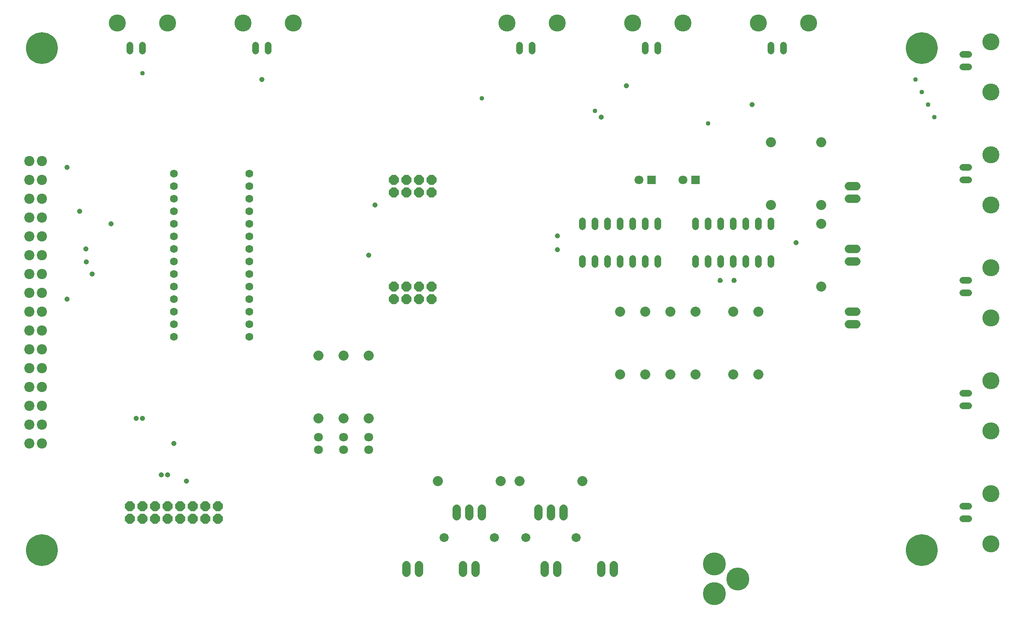
<source format=gts>
G04 EAGLE Gerber X2 export*
%TF.Part,Single*%
%TF.FileFunction,Other,Top Soldermask*%
%TF.FilePolarity,Positive*%
%TF.GenerationSoftware,Autodesk,EAGLE,8.6.3*%
%TF.CreationDate,2018-06-13T18:23:43Z*%
G75*
%MOMM*%
%FSLAX34Y34*%
%LPD*%
%AMOC8*
5,1,8,0,0,1.08239X$1,22.5*%
G01*
%ADD10C,4.648200*%
%ADD11C,2.057400*%
%ADD12C,1.358800*%
%ADD13C,3.452400*%
%ADD14C,1.600200*%
%ADD15P,2.199416X8X22.500000*%
%ADD16C,1.676400*%
%ADD17C,1.828800*%
%ADD18C,2.032000*%
%ADD19R,1.803400X1.803400*%
%ADD20C,1.803400*%
%ADD21C,1.371600*%
%ADD22C,6.438900*%
%ADD23C,1.066800*%
%ADD24C,0.958800*%

G36*
X1093211Y758391D02*
X1093211Y758391D01*
X1093260Y758405D01*
X1093350Y758421D01*
X1094306Y758737D01*
X1094351Y758761D01*
X1094435Y758797D01*
X1095296Y759318D01*
X1095334Y759351D01*
X1095409Y759404D01*
X1096133Y760104D01*
X1096162Y760145D01*
X1096223Y760214D01*
X1096773Y761057D01*
X1096793Y761103D01*
X1096837Y761184D01*
X1097185Y762128D01*
X1097194Y762178D01*
X1097219Y762266D01*
X1097349Y763264D01*
X1097347Y763307D01*
X1097348Y763433D01*
X1097209Y764444D01*
X1097193Y764492D01*
X1097174Y764582D01*
X1096812Y765537D01*
X1096786Y765580D01*
X1096748Y765664D01*
X1096183Y766514D01*
X1096148Y766551D01*
X1096091Y766623D01*
X1095352Y767327D01*
X1095309Y767355D01*
X1095238Y767413D01*
X1094360Y767934D01*
X1094313Y767952D01*
X1094231Y767993D01*
X1093259Y768306D01*
X1093209Y768313D01*
X1093120Y768334D01*
X1092102Y768423D01*
X1092052Y768418D01*
X1091961Y768419D01*
X1090997Y768288D01*
X1090949Y768272D01*
X1090860Y768253D01*
X1089949Y767911D01*
X1089906Y767885D01*
X1089823Y767846D01*
X1089011Y767309D01*
X1088975Y767274D01*
X1088902Y767218D01*
X1088230Y766514D01*
X1088203Y766472D01*
X1088144Y766401D01*
X1087646Y765566D01*
X1087628Y765518D01*
X1087588Y765436D01*
X1087288Y764511D01*
X1087281Y764460D01*
X1087259Y764371D01*
X1087173Y763402D01*
X1087177Y763355D01*
X1087174Y763280D01*
X1087276Y762304D01*
X1087290Y762256D01*
X1087306Y762166D01*
X1087622Y761237D01*
X1087647Y761193D01*
X1087683Y761108D01*
X1088197Y760273D01*
X1088231Y760236D01*
X1088285Y760161D01*
X1088973Y759462D01*
X1089014Y759432D01*
X1089083Y759372D01*
X1089910Y758843D01*
X1089956Y758824D01*
X1090037Y758780D01*
X1090960Y758448D01*
X1091010Y758440D01*
X1091099Y758415D01*
X1092073Y758297D01*
X1092123Y758300D01*
X1092209Y758296D01*
X1093211Y758391D01*
G37*
G36*
X1093211Y730400D02*
X1093211Y730400D01*
X1093260Y730414D01*
X1093350Y730430D01*
X1094306Y730746D01*
X1094351Y730770D01*
X1094435Y730806D01*
X1095296Y731327D01*
X1095334Y731360D01*
X1095409Y731413D01*
X1096133Y732113D01*
X1096162Y732154D01*
X1096223Y732223D01*
X1096773Y733066D01*
X1096793Y733112D01*
X1096837Y733193D01*
X1097185Y734137D01*
X1097194Y734187D01*
X1097219Y734275D01*
X1097349Y735273D01*
X1097347Y735316D01*
X1097348Y735442D01*
X1097209Y736453D01*
X1097193Y736501D01*
X1097174Y736591D01*
X1096812Y737546D01*
X1096786Y737589D01*
X1096748Y737673D01*
X1096183Y738523D01*
X1096148Y738560D01*
X1096091Y738632D01*
X1095352Y739336D01*
X1095309Y739364D01*
X1095238Y739422D01*
X1094360Y739943D01*
X1094313Y739961D01*
X1094231Y740002D01*
X1093259Y740315D01*
X1093209Y740322D01*
X1093120Y740343D01*
X1092102Y740432D01*
X1092052Y740427D01*
X1091961Y740428D01*
X1090997Y740297D01*
X1090949Y740281D01*
X1090860Y740262D01*
X1089949Y739920D01*
X1089906Y739894D01*
X1089823Y739855D01*
X1089011Y739318D01*
X1088975Y739283D01*
X1088902Y739227D01*
X1088230Y738523D01*
X1088203Y738481D01*
X1088144Y738410D01*
X1087646Y737575D01*
X1087628Y737527D01*
X1087588Y737445D01*
X1087288Y736520D01*
X1087281Y736469D01*
X1087259Y736380D01*
X1087173Y735411D01*
X1087177Y735364D01*
X1087174Y735289D01*
X1087276Y734313D01*
X1087290Y734265D01*
X1087306Y734175D01*
X1087622Y733246D01*
X1087647Y733202D01*
X1087683Y733117D01*
X1088197Y732282D01*
X1088231Y732245D01*
X1088285Y732170D01*
X1088973Y731471D01*
X1089014Y731441D01*
X1089083Y731381D01*
X1089910Y730852D01*
X1089956Y730833D01*
X1090037Y730789D01*
X1090960Y730457D01*
X1091010Y730449D01*
X1091099Y730424D01*
X1092073Y730306D01*
X1092123Y730309D01*
X1092209Y730305D01*
X1093211Y730400D01*
G37*
G36*
X1449036Y668077D02*
X1449036Y668077D01*
X1449111Y668074D01*
X1450087Y668176D01*
X1450135Y668190D01*
X1450225Y668206D01*
X1451154Y668522D01*
X1451198Y668547D01*
X1451283Y668583D01*
X1452118Y669097D01*
X1452155Y669131D01*
X1452230Y669185D01*
X1452930Y669873D01*
X1452959Y669914D01*
X1453019Y669983D01*
X1453548Y670810D01*
X1453567Y670856D01*
X1453611Y670937D01*
X1453943Y671860D01*
X1453951Y671910D01*
X1453976Y671999D01*
X1454094Y672973D01*
X1454091Y673023D01*
X1454095Y673109D01*
X1454000Y674111D01*
X1453986Y674160D01*
X1453970Y674250D01*
X1453654Y675206D01*
X1453630Y675251D01*
X1453595Y675335D01*
X1453073Y676196D01*
X1453040Y676234D01*
X1452987Y676309D01*
X1452287Y677033D01*
X1452246Y677062D01*
X1452177Y677123D01*
X1451334Y677673D01*
X1451288Y677693D01*
X1451207Y677737D01*
X1450263Y678085D01*
X1450213Y678094D01*
X1450125Y678119D01*
X1449127Y678249D01*
X1449084Y678247D01*
X1448958Y678248D01*
X1447947Y678109D01*
X1447899Y678093D01*
X1447809Y678074D01*
X1446854Y677712D01*
X1446811Y677686D01*
X1446727Y677648D01*
X1445877Y677083D01*
X1445840Y677048D01*
X1445768Y676991D01*
X1445064Y676252D01*
X1445036Y676209D01*
X1444978Y676138D01*
X1444457Y675260D01*
X1444439Y675213D01*
X1444398Y675131D01*
X1444085Y674159D01*
X1444078Y674109D01*
X1444057Y674020D01*
X1443968Y673002D01*
X1443973Y672952D01*
X1443972Y672861D01*
X1444103Y671897D01*
X1444119Y671849D01*
X1444138Y671760D01*
X1444480Y670849D01*
X1444506Y670806D01*
X1444545Y670723D01*
X1445082Y669911D01*
X1445117Y669875D01*
X1445173Y669802D01*
X1445877Y669130D01*
X1445919Y669103D01*
X1445990Y669044D01*
X1446826Y668546D01*
X1446873Y668528D01*
X1446955Y668488D01*
X1447881Y668188D01*
X1447931Y668181D01*
X1448020Y668159D01*
X1448989Y668073D01*
X1449036Y668077D01*
G37*
G36*
X1421045Y668077D02*
X1421045Y668077D01*
X1421120Y668074D01*
X1422096Y668176D01*
X1422144Y668190D01*
X1422234Y668206D01*
X1423163Y668522D01*
X1423207Y668547D01*
X1423292Y668583D01*
X1424127Y669097D01*
X1424164Y669131D01*
X1424239Y669185D01*
X1424939Y669873D01*
X1424968Y669914D01*
X1425028Y669983D01*
X1425557Y670810D01*
X1425576Y670856D01*
X1425620Y670937D01*
X1425952Y671860D01*
X1425960Y671910D01*
X1425985Y671999D01*
X1426103Y672973D01*
X1426100Y673023D01*
X1426104Y673109D01*
X1426009Y674111D01*
X1425995Y674160D01*
X1425979Y674250D01*
X1425663Y675206D01*
X1425639Y675251D01*
X1425604Y675335D01*
X1425082Y676196D01*
X1425049Y676234D01*
X1424996Y676309D01*
X1424296Y677033D01*
X1424255Y677062D01*
X1424186Y677123D01*
X1423343Y677673D01*
X1423297Y677693D01*
X1423216Y677737D01*
X1422272Y678085D01*
X1422222Y678094D01*
X1422134Y678119D01*
X1421136Y678249D01*
X1421093Y678247D01*
X1420967Y678248D01*
X1419956Y678109D01*
X1419908Y678093D01*
X1419818Y678074D01*
X1418863Y677712D01*
X1418820Y677686D01*
X1418736Y677648D01*
X1417886Y677083D01*
X1417849Y677048D01*
X1417777Y676991D01*
X1417073Y676252D01*
X1417045Y676209D01*
X1416987Y676138D01*
X1416466Y675260D01*
X1416448Y675213D01*
X1416407Y675131D01*
X1416094Y674159D01*
X1416087Y674109D01*
X1416066Y674020D01*
X1415977Y673002D01*
X1415982Y672952D01*
X1415981Y672861D01*
X1416112Y671897D01*
X1416128Y671849D01*
X1416147Y671760D01*
X1416489Y670849D01*
X1416515Y670806D01*
X1416554Y670723D01*
X1417091Y669911D01*
X1417126Y669875D01*
X1417182Y669802D01*
X1417886Y669130D01*
X1417928Y669103D01*
X1417999Y669044D01*
X1418835Y668546D01*
X1418882Y668528D01*
X1418964Y668488D01*
X1419890Y668188D01*
X1419940Y668181D01*
X1420029Y668159D01*
X1420998Y668073D01*
X1421045Y668077D01*
G37*
D10*
X1409700Y98900D03*
X1409700Y38900D03*
X1456700Y68900D03*
D11*
X50800Y914400D03*
X50800Y876300D03*
X50800Y838200D03*
X50800Y800100D03*
X50800Y762000D03*
X50800Y723900D03*
X50800Y685800D03*
X50800Y647700D03*
X50800Y609600D03*
X50800Y571500D03*
X50800Y533400D03*
X50800Y495300D03*
X50800Y457200D03*
X50800Y419100D03*
X50800Y381000D03*
X50800Y342900D03*
X25400Y914400D03*
X25400Y876300D03*
X25400Y838200D03*
X25400Y800100D03*
X25400Y762000D03*
X25400Y723900D03*
X25400Y685800D03*
X25400Y647700D03*
X25400Y609600D03*
X25400Y571500D03*
X25400Y533400D03*
X25400Y495300D03*
X25400Y457200D03*
X25400Y419100D03*
X25400Y381000D03*
X25400Y342900D03*
D12*
X228600Y1136968D02*
X228600Y1149032D01*
X254000Y1149032D02*
X254000Y1136968D01*
D13*
X203200Y1193800D03*
X304800Y1193800D03*
D12*
X1911668Y215900D02*
X1923732Y215900D01*
X1923732Y190500D02*
X1911668Y190500D01*
D13*
X1968500Y241300D03*
X1968500Y139700D03*
D14*
X469900Y558800D03*
X469900Y584200D03*
X469900Y609600D03*
X469900Y635000D03*
X469900Y660400D03*
X469900Y685800D03*
X469900Y711200D03*
X469900Y736600D03*
X469900Y762000D03*
X469900Y787400D03*
X469900Y812800D03*
X469900Y838200D03*
X469900Y863600D03*
X469900Y889000D03*
X317500Y889000D03*
X317500Y863600D03*
X317500Y838200D03*
X317500Y812800D03*
X317500Y787400D03*
X317500Y762000D03*
X317500Y736600D03*
X317500Y711200D03*
X317500Y685800D03*
X317500Y660400D03*
X317500Y635000D03*
X317500Y609600D03*
X317500Y584200D03*
X317500Y558800D03*
D12*
X482600Y1136968D02*
X482600Y1149032D01*
X508000Y1149032D02*
X508000Y1136968D01*
D13*
X457200Y1193800D03*
X558800Y1193800D03*
D12*
X1524000Y1149032D02*
X1524000Y1136968D01*
X1549400Y1136968D02*
X1549400Y1149032D01*
D13*
X1498600Y1193800D03*
X1600200Y1193800D03*
D12*
X1270000Y1149032D02*
X1270000Y1136968D01*
X1295400Y1136968D02*
X1295400Y1149032D01*
D13*
X1244600Y1193800D03*
X1346200Y1193800D03*
D12*
X1016000Y1149032D02*
X1016000Y1136968D01*
X1041400Y1136968D02*
X1041400Y1149032D01*
D13*
X990600Y1193800D03*
X1092200Y1193800D03*
D12*
X1911668Y1130300D02*
X1923732Y1130300D01*
X1923732Y1104900D02*
X1911668Y1104900D01*
D13*
X1968500Y1155700D03*
X1968500Y1054100D03*
D12*
X1923732Y901700D02*
X1911668Y901700D01*
X1911668Y876300D02*
X1923732Y876300D01*
D13*
X1968500Y927100D03*
X1968500Y825500D03*
D12*
X1923732Y673100D02*
X1911668Y673100D01*
X1911668Y647700D02*
X1923732Y647700D01*
D13*
X1968500Y698500D03*
X1968500Y596900D03*
D12*
X1923732Y444500D02*
X1911668Y444500D01*
X1911668Y419100D02*
X1923732Y419100D01*
D13*
X1968500Y469900D03*
X1968500Y368300D03*
D15*
X762000Y850900D03*
X762000Y876300D03*
X787400Y850900D03*
X787400Y876300D03*
X812800Y850900D03*
X812800Y876300D03*
X838200Y850900D03*
X838200Y876300D03*
X762000Y635000D03*
X762000Y660400D03*
X787400Y635000D03*
X787400Y660400D03*
X812800Y635000D03*
X812800Y660400D03*
X838200Y635000D03*
X838200Y660400D03*
D16*
X1681480Y711200D02*
X1696720Y711200D01*
X1696720Y736600D02*
X1681480Y736600D01*
X1681480Y838200D02*
X1696720Y838200D01*
X1696720Y863600D02*
X1681480Y863600D01*
X1681480Y584200D02*
X1696720Y584200D01*
X1696720Y609600D02*
X1681480Y609600D01*
X901700Y96520D02*
X901700Y81280D01*
X927100Y81280D02*
X927100Y96520D01*
X889000Y195580D02*
X889000Y210820D01*
X914400Y210820D02*
X914400Y195580D01*
X939800Y195580D02*
X939800Y210820D01*
D17*
X863600Y152400D03*
X965200Y152400D03*
D16*
X787400Y96520D02*
X787400Y81280D01*
X812800Y81280D02*
X812800Y96520D01*
D18*
X977900Y266700D03*
X850900Y266700D03*
D16*
X1066800Y96520D02*
X1066800Y81280D01*
X1092200Y81280D02*
X1092200Y96520D01*
X1054100Y195580D02*
X1054100Y210820D01*
X1079500Y210820D02*
X1079500Y195580D01*
X1104900Y195580D02*
X1104900Y210820D01*
D17*
X1028700Y152400D03*
X1130300Y152400D03*
D16*
X1181100Y96520D02*
X1181100Y81280D01*
X1206500Y81280D02*
X1206500Y96520D01*
D18*
X1143000Y266700D03*
X1016000Y266700D03*
D19*
X1371600Y876300D03*
D20*
X1346200Y876300D03*
D19*
X1282700Y876300D03*
D20*
X1257300Y876300D03*
D21*
X1371600Y717296D02*
X1371600Y705104D01*
X1397000Y705104D02*
X1397000Y717296D01*
X1524000Y717296D02*
X1524000Y705104D01*
X1524000Y781304D02*
X1524000Y793496D01*
X1422400Y717296D02*
X1422400Y705104D01*
X1447800Y705104D02*
X1447800Y717296D01*
X1498600Y717296D02*
X1498600Y705104D01*
X1473200Y705104D02*
X1473200Y717296D01*
X1498600Y781304D02*
X1498600Y793496D01*
X1473200Y793496D02*
X1473200Y781304D01*
X1447800Y781304D02*
X1447800Y793496D01*
X1422400Y793496D02*
X1422400Y781304D01*
X1397000Y781304D02*
X1397000Y793496D01*
X1371600Y793496D02*
X1371600Y781304D01*
X1143000Y717296D02*
X1143000Y705104D01*
X1168400Y705104D02*
X1168400Y717296D01*
X1295400Y717296D02*
X1295400Y705104D01*
X1295400Y781304D02*
X1295400Y793496D01*
X1193800Y717296D02*
X1193800Y705104D01*
X1219200Y705104D02*
X1219200Y717296D01*
X1270000Y717296D02*
X1270000Y705104D01*
X1244600Y705104D02*
X1244600Y717296D01*
X1270000Y781304D02*
X1270000Y793496D01*
X1244600Y793496D02*
X1244600Y781304D01*
X1219200Y781304D02*
X1219200Y793496D01*
X1193800Y793496D02*
X1193800Y781304D01*
X1168400Y781304D02*
X1168400Y793496D01*
X1143000Y793496D02*
X1143000Y781304D01*
D18*
X1447800Y482600D03*
X1447800Y609600D03*
X1320800Y482600D03*
X1320800Y609600D03*
X1219200Y482600D03*
X1219200Y609600D03*
X1371600Y482600D03*
X1371600Y609600D03*
X1270000Y482600D03*
X1270000Y609600D03*
X1498600Y482600D03*
X1498600Y609600D03*
X1625600Y787400D03*
X1625600Y660400D03*
X1625600Y952500D03*
X1625600Y825500D03*
D20*
X711200Y355600D03*
X711200Y330200D03*
X660400Y355600D03*
X660400Y330200D03*
X609600Y355600D03*
X609600Y330200D03*
D18*
X711200Y393700D03*
X711200Y520700D03*
X660400Y393700D03*
X660400Y520700D03*
X609600Y393700D03*
X609600Y520700D03*
X1524000Y952500D03*
X1524000Y825500D03*
D15*
X228600Y190500D03*
X228600Y215900D03*
X254000Y190500D03*
X254000Y215900D03*
X279400Y190500D03*
X279400Y215900D03*
X304800Y190500D03*
X304800Y215900D03*
X330200Y190500D03*
X330200Y215900D03*
X355600Y190500D03*
X355600Y215900D03*
X381000Y190500D03*
X381000Y215900D03*
X406400Y190500D03*
X406400Y215900D03*
D22*
X50800Y127000D03*
X50800Y1143000D03*
X1828800Y1143000D03*
X1828800Y127000D03*
D23*
X342900Y266700D03*
X127000Y812800D03*
X1231900Y1066800D03*
D24*
X1854200Y1003300D03*
D23*
X190500Y787400D03*
X1181100Y1003300D03*
X723900Y825500D03*
X711200Y723900D03*
D24*
X1841500Y1028700D03*
D23*
X304800Y279400D03*
X1485900Y1028700D03*
D24*
X254000Y1092200D03*
D23*
X241300Y393700D03*
X101600Y901700D03*
X254000Y393700D03*
X1574800Y749300D03*
D24*
X1828800Y1054100D03*
D23*
X139700Y736600D03*
D24*
X1816100Y1079500D03*
D23*
X495300Y1079500D03*
X152400Y685800D03*
X101600Y635000D03*
D24*
X939800Y1041400D03*
D23*
X317500Y342900D03*
X140488Y710499D03*
D24*
X1168400Y1016000D03*
D23*
X292100Y279400D03*
D24*
X1397000Y990600D03*
M02*

</source>
